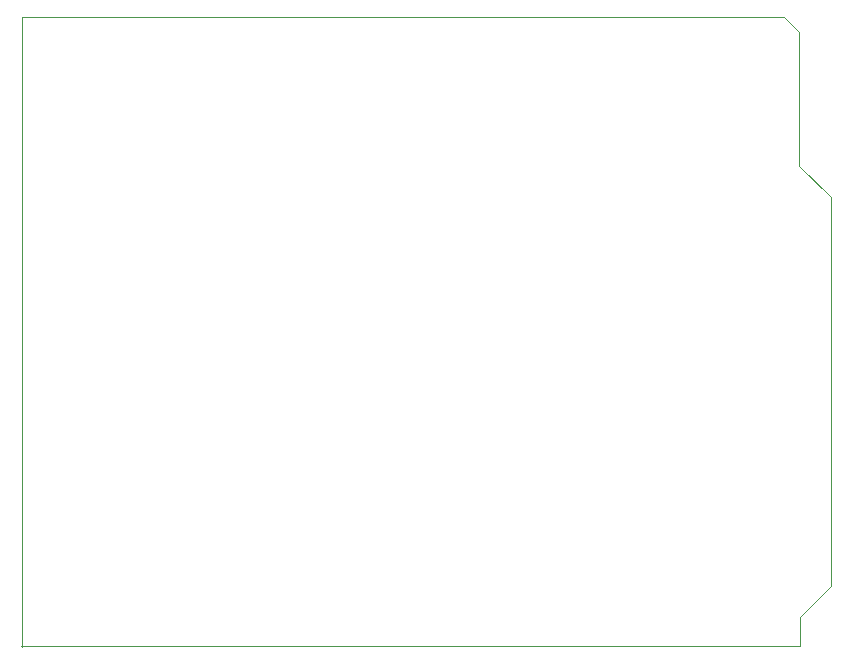
<source format=gko>
G04 #@! TF.FileFunction,Profile,NP*
%FSLAX46Y46*%
G04 Gerber Fmt 4.6, Leading zero omitted, Abs format (unit mm)*
G04 Created by KiCad (PCBNEW 4.0.2+dfsg1-stable) date Fri 22 Sep 2017 10:08:28 AM EDT*
%MOMM*%
G01*
G04 APERTURE LIST*
%ADD10C,0.100000*%
G04 APERTURE END LIST*
D10*
X148653500Y-104965500D02*
X148653500Y-105029000D01*
X148653500Y-51689000D02*
X148653500Y-104965500D01*
X213169500Y-51689000D02*
X148653500Y-51689000D01*
X214503000Y-53022500D02*
X213169500Y-51689000D01*
X214503000Y-64325500D02*
X214503000Y-53022500D01*
X217170000Y-66992500D02*
X214503000Y-64325500D01*
X217170000Y-99885500D02*
X217170000Y-66992500D01*
X214566500Y-102489000D02*
X217170000Y-99885500D01*
X214566500Y-104965500D02*
X214566500Y-102489000D01*
X148590000Y-104965500D02*
X214566500Y-104965500D01*
M02*

</source>
